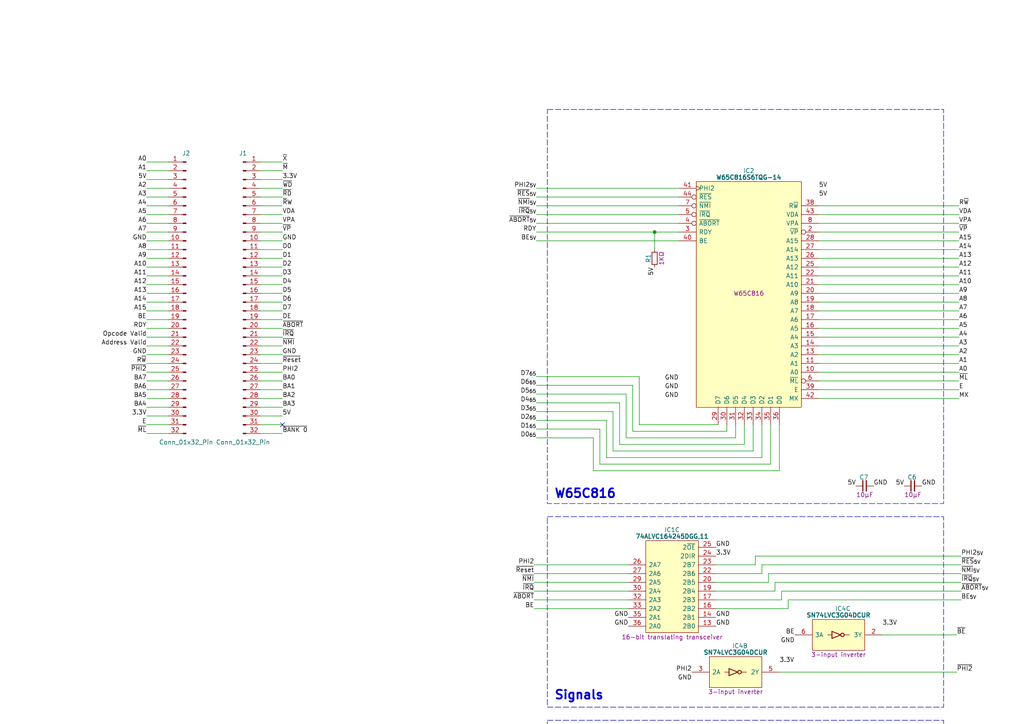
<source format=kicad_sch>
(kicad_sch (version 20230121) (generator eeschema)
  (paper "A4")
  (junction (at 189.865 67.31))
  (junction (at 510.54 142.24))
  (no_connect (at 510.54 45.085))
  (no_connect (at 383.54 120.015))
  (no_connect (at 346.075 172.085))
  (no_connect (at 346.075 161.925))
  (no_connect (at 381 41.91))
  (no_connect (at 383.54 122.555))
  (no_connect (at 81.915 123.19))
  (no_connect (at 510.54 42.545))
  (no_connect (at 510.54 47.625))
  (no_connect (at 419.735 117.475))
  (wire (pts (xy 307.975 248.92) (xy 349.25 248.92)))
  (wire (pts (xy 75.565 46.99) (xy 81.915 46.99)))
  (wire (pts (xy 278.13 80.01) (xy 237.49 80.01)))
  (wire (pts (xy 517.525 66.04) (xy 517.525 62.865)))
  (wire (pts (xy 344.17 48.26) (xy 355.6 48.26)))
  (wire (pts (xy 48.895 52.07) (xy 42.545 52.07)))
  (wire (pts (xy 511.81 55.245) (xy 530.86 55.245)))
  (wire (pts (xy 172.085 136.525) (xy 172.085 127)))
  (wire (pts (xy 48.895 62.23) (xy 42.545 62.23)))
  (wire (pts (xy 429.895 122.555) (xy 419.735 122.555)))
  (wire (pts (xy 349.25 106.68) (xy 349.25 109.855)))
  (wire (pts (xy 181.61 127) (xy 181.61 114.3)))
  (wire (pts (xy 277.495 184.15) (xy 255.905 184.15)))
  (wire (pts (xy 175.895 132.715) (xy 175.895 121.92)))
  (wire (pts (xy 459.74 58.42) (xy 511.81 58.42)))
  (wire (pts (xy 179.705 116.84) (xy 179.705 128.905)))
  (wire (pts (xy 459.74 60.96) (xy 513.715 60.96)))
  (wire (pts (xy 278.13 102.87) (xy 237.49 102.87)))
  (wire (pts (xy 48.895 57.15) (xy 42.545 57.15)))
  (wire (pts (xy 185.42 123.19) (xy 185.42 109.22)))
  (wire (pts (xy 75.565 125.73) (xy 81.915 125.73)))
  (wire (pts (xy 307.34 106.68) (xy 349.25 106.68)))
  (wire (pts (xy 48.895 105.41) (xy 42.545 105.41)))
  (wire (pts (xy 582.295 57.785) (xy 556.26 57.785)))
  (wire (pts (xy 48.895 54.61) (xy 42.545 54.61)))
  (wire (pts (xy 48.895 123.19) (xy 42.545 123.19)))
  (wire (pts (xy 48.895 59.69) (xy 42.545 59.69)))
  (wire (pts (xy 75.565 100.33) (xy 81.915 100.33)))
  (wire (pts (xy 307.975 246.38) (xy 349.25 246.38)))
  (wire (pts (xy 582.295 65.405) (xy 556.26 65.405)))
  (wire (pts (xy 155.575 54.61) (xy 196.85 54.61)))
  (wire (pts (xy 75.565 67.31) (xy 81.915 67.31)))
  (wire (pts (xy 459.74 63.5) (xy 515.62 63.5)))
  (wire (pts (xy 48.895 100.33) (xy 42.545 100.33)))
  (wire (pts (xy 75.565 113.03) (xy 81.915 113.03)))
  (wire (pts (xy 459.74 68.58) (xy 519.43 68.58)))
  (wire (pts (xy 278.765 166.37) (xy 222.885 166.37)))
  (wire (pts (xy 429.895 164.465) (xy 346.075 164.465)))
  (wire (pts (xy 278.13 64.77) (xy 237.49 64.77)))
  (wire (pts (xy 510.54 142.24) (xy 530.86 142.24)))
  (wire (pts (xy 155.575 69.85) (xy 196.85 69.85)))
  (wire (pts (xy 173.99 124.46) (xy 173.99 134.62)))
  (wire (pts (xy 222.885 168.91) (xy 207.645 168.91)))
  (wire (pts (xy 459.74 76.2) (xy 525.145 76.2)))
  (wire (pts (xy 278.13 92.71) (xy 237.49 92.71)))
  (wire (pts (xy 582.295 144.78) (xy 556.26 144.78)))
  (wire (pts (xy 278.13 69.85) (xy 237.49 69.85)))
  (wire (pts (xy 48.895 95.25) (xy 42.545 95.25)))
  (wire (pts (xy 154.94 163.83) (xy 182.245 163.83)))
  (wire (pts (xy 48.895 110.49) (xy 42.545 110.49)))
  (wire (pts (xy 75.565 92.71) (xy 81.915 92.71)))
  (wire (pts (xy 278.13 100.33) (xy 237.49 100.33)))
  (wire (pts (xy 278.13 105.41) (xy 237.49 105.41)))
  (wire (pts (xy 154.94 176.53) (xy 182.245 176.53)))
  (wire (pts (xy 48.895 102.87) (xy 42.545 102.87)))
  (wire (pts (xy 307.34 161.925) (xy 320.675 161.925)))
  (wire (pts (xy 222.885 166.37) (xy 222.885 168.91)))
  (wire (pts (xy 582.295 147.32) (xy 556.26 147.32)))
  (wire (pts (xy 48.895 46.99) (xy 42.545 46.99)))
  (wire (pts (xy 75.565 90.17) (xy 81.915 90.17)))
  (wire (pts (xy 48.895 90.17) (xy 42.545 90.17)))
  (wire (pts (xy 387.35 227.965) (xy 379.095 227.965)))
  (wire (pts (xy 224.79 171.45) (xy 207.645 171.45)))
  (wire (pts (xy 189.865 67.31) (xy 196.85 67.31)))
  (wire (pts (xy 278.13 115.57) (xy 237.49 115.57)))
  (wire (pts (xy 459.74 73.66) (xy 523.24 73.66)))
  (wire (pts (xy 523.24 73.66) (xy 523.24 70.485)))
  (wire (pts (xy 218.44 130.81) (xy 177.8 130.81)))
  (wire (pts (xy 307.34 216.535) (xy 348.615 216.535)))
  (wire (pts (xy 48.895 92.71) (xy 42.545 92.71)))
  (wire (pts (xy 429.895 112.395) (xy 419.735 112.395)))
  (wire (pts (xy 189.865 72.39) (xy 189.865 67.31)))
  (wire (pts (xy 210.82 125.095) (xy 183.515 125.095)))
  (wire (pts (xy 278.13 62.23) (xy 237.49 62.23)))
  (wire (pts (xy 48.895 49.53) (xy 42.545 49.53)))
  (wire (pts (xy 155.575 62.23) (xy 196.85 62.23)))
  (wire (pts (xy 307.34 100.965) (xy 357.505 100.965)))
  (wire (pts (xy 210.82 123.19) (xy 210.82 125.095)))
  (wire (pts (xy 525.145 76.2) (xy 525.145 73.025)))
  (wire (pts (xy 509.905 52.705) (xy 530.86 52.705)))
  (wire (pts (xy 75.565 49.53) (xy 81.915 49.53)))
  (wire (pts (xy 154.94 171.45) (xy 182.245 171.45)))
  (wire (pts (xy 228.6 173.99) (xy 228.6 176.53)))
  (wire (pts (xy 523.24 70.485) (xy 530.86 70.485)))
  (wire (pts (xy 582.295 62.865) (xy 556.26 62.865)))
  (wire (pts (xy 307.34 72.39) (xy 339.09 72.39)))
  (wire (pts (xy 75.565 85.09) (xy 81.915 85.09)))
  (wire (pts (xy 278.13 59.69) (xy 237.49 59.69)))
  (wire (pts (xy 278.13 77.47) (xy 237.49 77.47)))
  (wire (pts (xy 429.895 66.04) (xy 364.49 66.04)))
  (wire (pts (xy 346.075 117.475) (xy 358.14 117.475)))
  (wire (pts (xy 278.13 107.95) (xy 237.49 107.95)))
  (wire (pts (xy 307.34 221.615) (xy 348.615 221.615)))
  (wire (pts (xy 510.54 154.94) (xy 510.54 142.24)))
  (wire (pts (xy 75.565 80.01) (xy 81.915 80.01)))
  (wire (pts (xy 48.895 85.09) (xy 42.545 85.09)))
  (wire (pts (xy 75.565 110.49) (xy 81.915 110.49)))
  (wire (pts (xy 517.525 62.865) (xy 530.86 62.865)))
  (wire (pts (xy 219.075 161.29) (xy 219.075 163.83)))
  (wire (pts (xy 377.825 225.425) (xy 387.35 225.425)))
  (wire (pts (xy 278.13 82.55) (xy 237.49 82.55)))
  (wire (pts (xy 348.615 129.54) (xy 348.615 120.015)))
  (wire (pts (xy 582.295 70.485) (xy 556.26 70.485)))
  (wire (pts (xy 278.13 113.03) (xy 237.49 113.03)))
  (wire (pts (xy 154.94 166.37) (xy 182.245 166.37)))
  (wire (pts (xy 75.565 95.25) (xy 81.915 95.25)))
  (wire (pts (xy 383.54 125.095) (xy 391.16 125.095)))
  (wire (pts (xy 75.565 107.95) (xy 81.915 107.95)))
  (wire (pts (xy 429.895 174.625) (xy 346.075 174.625)))
  (wire (pts (xy 75.565 97.79) (xy 81.915 97.79)))
  (wire (pts (xy 48.895 67.31) (xy 42.545 67.31)))
  (wire (pts (xy 48.895 82.55) (xy 42.545 82.55)))
  (wire (pts (xy 208.28 123.19) (xy 185.42 123.19)))
  (wire (pts (xy 459.74 119.38) (xy 485.14 119.38)))
  (wire (pts (xy 48.895 72.39) (xy 42.545 72.39)))
  (wire (pts (xy 48.895 125.73) (xy 42.545 125.73)))
  (wire (pts (xy 226.06 136.525) (xy 172.085 136.525)))
  (wire (pts (xy 155.575 67.31) (xy 189.865 67.31)))
  (wire (pts (xy 459.74 40.005) (xy 485.14 40.005)))
  (wire (pts (xy 459.74 99.06) (xy 485.14 99.06)))
  (wire (pts (xy 75.565 57.15) (xy 81.915 57.15)))
  (wire (pts (xy 48.895 69.85) (xy 42.545 69.85)))
  (wire (pts (xy 48.895 77.47) (xy 42.545 77.47)))
  (wire (pts (xy 307.34 234.315) (xy 320.675 234.315)))
  (wire (pts (xy 155.575 64.77) (xy 196.85 64.77)))
  (wire (pts (xy 278.13 97.79) (xy 237.49 97.79)))
  (wire (pts (xy 48.895 113.03) (xy 42.545 113.03)))
  (wire (pts (xy 307.34 45.72) (xy 318.77 45.72)))
  (wire (pts (xy 381 230.505) (xy 381 248.92)))
  (wire (pts (xy 459.74 42.545) (xy 485.14 42.545)))
  (wire (pts (xy 582.295 160.02) (xy 556.26 160.02)))
  (wire (pts (xy 521.335 71.12) (xy 521.335 67.945)))
  (wire (pts (xy 75.565 123.19) (xy 81.915 123.19)))
  (wire (pts (xy 307.34 219.075) (xy 348.615 219.075)))
  (wire (pts (xy 278.13 90.17) (xy 237.49 90.17)))
  (wire (pts (xy 154.94 168.91) (xy 182.245 168.91)))
  (wire (pts (xy 278.13 110.49) (xy 237.49 110.49)))
  (wire (pts (xy 582.295 60.325) (xy 556.26 60.325)))
  (wire (pts (xy 509.905 55.88) (xy 509.905 52.705)))
  (wire (pts (xy 459.74 114.3) (xy 485.14 114.3)))
  (wire (pts (xy 177.8 130.81) (xy 177.8 119.38)))
  (wire (pts (xy 348.615 120.015) (xy 358.14 120.015)))
  (wire (pts (xy 278.13 95.25) (xy 237.49 95.25)))
  (wire (pts (xy 459.74 104.14) (xy 485.14 104.14)))
  (wire (pts (xy 173.99 134.62) (xy 223.52 134.62)))
  (wire (pts (xy 307.34 129.54) (xy 348.615 129.54)))
  (wire (pts (xy 48.895 87.63) (xy 42.545 87.63)))
  (wire (pts (xy 155.575 59.69) (xy 196.85 59.69)))
  (wire (pts (xy 582.295 165.1) (xy 556.26 165.1)))
  (wire (pts (xy 459.74 55.88) (xy 509.905 55.88)))
  (wire (pts (xy 213.36 123.19) (xy 213.36 127)))
  (wire (pts (xy 521.335 67.945) (xy 530.86 67.945)))
  (wire (pts (xy 75.565 54.61) (xy 81.915 54.61)))
  (wire (pts (xy 519.43 65.405) (xy 530.86 65.405)))
  (wire (pts (xy 379.095 234.315) (xy 346.075 234.315)))
  (wire (pts (xy 459.74 45.085) (xy 485.14 45.085)))
  (wire (pts (xy 389.89 112.395) (xy 389.89 100.965)))
  (wire (pts (xy 75.565 72.39) (xy 81.915 72.39)))
  (wire (pts (xy 459.74 101.6) (xy 485.14 101.6)))
  (wire (pts (xy 515.62 60.325) (xy 530.86 60.325)))
  (wire (pts (xy 220.98 132.715) (xy 175.895 132.715)))
  (wire (pts (xy 75.565 52.07) (xy 81.915 52.07)))
  (wire (pts (xy 379.095 227.965) (xy 379.095 234.315)))
  (wire (pts (xy 75.565 62.23) (xy 81.915 62.23)))
  (wire (pts (xy 218.44 123.19) (xy 218.44 130.81)))
  (wire (pts (xy 394.335 112.395) (xy 389.89 112.395)))
  (wire (pts (xy 307.34 231.775) (xy 320.675 231.775)))
  (wire (pts (xy 75.565 64.77) (xy 81.915 64.77)))
  (wire (pts (xy 75.565 105.41) (xy 81.915 105.41)))
  (wire (pts (xy 75.565 102.87) (xy 81.915 102.87)))
  (wire (pts (xy 48.895 74.93) (xy 42.545 74.93)))
  (wire (pts (xy 155.575 109.22) (xy 185.42 109.22)))
  (wire (pts (xy 429.895 227.965) (xy 412.75 227.965)))
  (wire (pts (xy 48.895 120.65) (xy 42.545 120.65)))
  (wire (pts (xy 429.895 46.99) (xy 419.735 46.99)))
  (wire (pts (xy 177.8 119.38) (xy 155.575 119.38)))
  (wire (pts (xy 48.895 115.57) (xy 42.545 115.57)))
  (wire (pts (xy 219.075 163.83) (xy 207.645 163.83)))
  (wire (pts (xy 459.74 116.84) (xy 485.14 116.84)))
  (wire (pts (xy 383.54 127.635) (xy 394.335 127.635)))
  (wire (pts (xy 307.34 169.545) (xy 320.675 169.545)))
  (wire (pts (xy 220.98 163.83) (xy 220.98 166.37)))
  (wire (pts (xy 278.765 163.83) (xy 220.98 163.83)))
  (wire (pts (xy 48.895 118.11) (xy 42.545 118.11)))
  (wire (pts (xy 307.34 159.385) (xy 320.675 159.385)))
  (wire (pts (xy 220.98 123.19) (xy 220.98 132.715)))
  (wire (pts (xy 349.25 109.855) (xy 394.335 109.855)))
  (wire (pts (xy 582.295 157.48) (xy 556.26 157.48)))
  (wire (pts (xy 374.015 219.075) (xy 377.825 219.075)))
  (wire (pts (xy 278.13 72.39) (xy 237.49 72.39)))
  (wire (pts (xy 48.895 64.77) (xy 42.545 64.77)))
  (wire (pts (xy 48.895 97.79) (xy 42.545 97.79)))
  (wire (pts (xy 226.695 173.99) (xy 207.645 173.99)))
  (wire (pts (xy 278.13 74.93) (xy 237.49 74.93)))
  (wire (pts (xy 278.13 85.09) (xy 237.49 85.09)))
  (wire (pts (xy 307.975 251.46) (xy 349.25 251.46)))
  (wire (pts (xy 513.715 57.785) (xy 530.86 57.785)))
  (wire (pts (xy 48.895 107.95) (xy 42.545 107.95)))
  (wire (pts (xy 459.74 111.76) (xy 485.14 111.76)))
  (wire (pts (xy 459.74 71.12) (xy 521.335 71.12)))
  (wire (pts (xy 515.62 63.5) (xy 515.62 60.325)))
  (wire (pts (xy 381 248.92) (xy 374.65 248.92)))
  (wire (pts (xy 459.74 109.22) (xy 485.14 109.22)))
  (wire (pts (xy 582.295 55.245) (xy 556.26 55.245)))
  (wire (pts (xy 525.145 73.025) (xy 530.86 73.025)))
  (wire (pts (xy 213.36 127) (xy 181.61 127)))
  (wire (pts (xy 223.52 134.62) (xy 223.52 123.19)))
  (wire (pts (xy 183.515 111.76) (xy 155.575 111.76)))
  (wire (pts (xy 215.9 128.905) (xy 215.9 123.19)))
  (wire (pts (xy 307.34 48.26) (xy 318.77 48.26)))
  (wire (pts (xy 307.34 164.465) (xy 320.675 164.465)))
  (wire (pts (xy 582.295 162.56) (xy 556.26 162.56)))
  (wire (pts (xy 155.575 116.84) (xy 179.705 116.84)))
  (wire (pts (xy 75.565 120.65) (xy 81.915 120.65)))
  (wire (pts (xy 429.895 127.635) (xy 419.735 127.635)))
  (wire (pts (xy 519.43 68.58) (xy 519.43 65.405)))
  (wire (pts (xy 220.98 166.37) (xy 207.645 166.37)))
  (wire (pts (xy 307.34 116.205) (xy 320.675 116.205)))
  (wire (pts (xy 154.94 173.99) (xy 182.245 173.99)))
  (wire (pts (xy 278.765 173.99) (xy 228.6 173.99)))
  (wire (pts (xy 155.575 57.15) (xy 196.85 57.15)))
  (wire (pts (xy 459.74 106.68) (xy 485.14 106.68)))
  (wire (pts (xy 226.06 123.19) (xy 226.06 136.525)))
  (wire (pts (xy 513.715 60.96) (xy 513.715 57.785)))
  (wire (pts (xy 381 230.505) (xy 387.35 230.505)))
  (wire (pts (xy 278.13 67.31) (xy 237.49 67.31)))
  (wire (pts (xy 582.295 149.86) (xy 556.26 149.86)))
  (wire (pts (xy 307.34 118.745) (xy 320.675 118.745)))
  (wire (pts (xy 75.565 59.69) (xy 81.915 59.69)))
  (wire (pts (xy 277.495 194.945) (xy 226.06 194.945)))
  (wire (pts (xy 391.16 125.095) (xy 391.16 122.555)))
  (wire (pts (xy 391.16 122.555) (xy 394.335 122.555)))
  (wire (pts (xy 172.085 127) (xy 155.575 127)))
  (wire (pts (xy 278.765 171.45) (xy 226.695 171.45)))
  (wire (pts (xy 75.565 82.55) (xy 81.915 82.55)))
  (wire (pts (xy 175.895 121.92) (xy 155.575 121.92)))
  (wire (pts (xy 75.565 74.93) (xy 81.915 74.93)))
  (wire (pts (xy 582.295 152.4) (xy 556.26 152.4)))
  (wire (pts (xy 530.86 154.94) (xy 510.54 154.94)))
  (wire (pts (xy 278.765 168.91) (xy 224.79 168.91)))
  (wire (pts (xy 459.74 121.92) (xy 485.14 121.92)))
  (wire (pts (xy 278.13 87.63) (xy 237.49 87.63)))
  (wire (pts (xy 582.295 73.025) (xy 556.26 73.025)))
  (wire (pts (xy 179.705 128.905) (xy 215.9 128.905)))
  (wire (pts (xy 75.565 118.11) (xy 81.915 118.11)))
  (wire (pts (xy 75.565 77.47) (xy 81.915 77.47)))
  (wire (pts (xy 459.74 66.04) (xy 517.525 66.04)))
  (wire (pts (xy 228.6 176.53) (xy 207.645 176.53)))
  (wire (pts (xy 75.565 115.57) (xy 81.915 115.57)))
  (wire (pts (xy 155.575 124.46) (xy 173.99 124.46)))
  (wire (pts (xy 511.81 58.42) (xy 511.81 55.245)))
  (wire (pts (xy 278.765 161.29) (xy 219.075 161.29)))
  (wire (pts (xy 183.515 125.095) (xy 183.515 111.76)))
  (wire (pts (xy 510.54 50.165) (xy 530.86 50.165)))
  (wire (pts (xy 181.61 114.3) (xy 155.575 114.3)))
  (wire (pts (xy 226.695 171.45) (xy 226.695 173.99)))
  (wire (pts (xy 582.295 67.945) (xy 556.26 67.945)))
  (wire (pts (xy 389.89 100.965) (xy 382.905 100.965)))
  (wire (pts (xy 75.565 87.63) (xy 81.915 87.63)))
  (wire (pts (xy 377.825 219.075) (xy 377.825 225.425)))
  (wire (pts (xy 307.34 69.85) (xy 339.09 69.85)))
  (wire (pts (xy 224.79 168.91) (xy 224.79 171.45)))
  (wire (pts (xy 48.895 80.01) (xy 42.545 80.01)))
  (wire (pts (xy 75.565 69.85) (xy 81.915 69.85)))
  (rectangle (start 463.55 90.805) (end 578.485 205.105) (stroke (width 0) (type dash)))
  (rectangle (start 311.15 31.75) (end 426.085 86.995) (stroke (width 0) (type dash)))
  (rectangle (start 158.75 31.75) (end 273.685 146.05) (stroke (width 0) (type dash)))
  (rectangle (start 158.75 208.915) (end 273.685 264.16) (stroke (width 0) (type dash)))
  (rectangle (start 158.75 149.86) (end 273.685 205.105) (stroke (width 0) (type dash)))
  (rectangle (start 311.15 208.915) (end 426.085 264.16) (stroke (width 0) (type dash)))
  (rectangle (start 311.15 90.805) (end 426.085 146.05) (stroke (width 0) (type dash)))
  (rectangle (start 311.15 149.86) (end 426.085 205.105) (stroke (width 0) (type dash)))
  (rectangle (start 463.55 31.75) (end 578.485 86.995) (stroke (width 0) (type dash)))
  (text "Signals" (at 160.655 203.2 0) (effects (font (size 2.54 2.54) (thickness 0.508) bold) (justify left bottom)))
  (text "W65C816" (at 160.655 144.78 0) (effects (font (size 2.54 2.54) (thickness 0.508) bold) (justify left bottom)))
  (text "M and X capture" (at 312.42 203.2 0) (effects (font (size 2.54 2.54) (thickness 0.508) bold) (justify left bottom)))
  (text "Bank Zero detect" (at 312.42 262.255 0) (effects (font (size 2.54 2.54) (thickness 0.508) bold) (justify left bottom)))
  (text "Read and Write" (at 312.42 144.145 0) (effects (font (size 2.54 2.54) (thickness 0.508) bold) (justify left bottom)))
  (text "Address Type" (at 313.69 84.455 0) (effects (font (size 2.54 2.54) (thickness 0.508) bold) (justify left bottom)))
  (text "Bank Capture" (at 465.455 202.565 0) (effects (font (size 2.54 2.54) (thickness 0.508) bold) (justify left bottom)))
  (text "Power" (at 161.29 260.985 0) (effects (font (size 2.54 2.54) (thickness 0.508) bold) (justify left bottom)))
  (text "Data" (at 464.82 85.09 0) (effects (font (size 2.54 2.54) (thickness 0.508) bold) (justify left bottom)))
  (label "GND" (at 420.37 259.08 0))
  (label "3.3V" (at 383.54 81.915 180))
  (label "3.3V" (at 230.505 224.155 0))
  (label "3.3V" (at 510.54 40.005 0))
  (label "R~{W}" (at 42.545 105.41 180))
  (label "D4_{VHC}" (at 510.54 111.76 0))
  (label "BE" (at 154.94 176.53 180))
  (label "5V" (at 248.285 140.97 180))
  (label "BA1" (at 81.915 113.03 0))
  (label "PHI2" (at 200.66 194.945 180))
  (label "GND" (at 230.505 241.935 0))
  (label "A10" (at 278.13 82.55 0))
  (label "A13" (at 278.13 74.93 0))
  (label "~{RES}_{5V}" (at 278.765 163.83 0))
  (label "GND" (at 485.14 124.46 180))
  (label "GND" (at 355.6 50.8 180))
  (label "A0_{CHANGE}" (at 339.09 64.77 180))
  (label "3.3V" (at 367.03 81.915 180))
  (label "GND" (at 394.335 50.8 180))
  (label "D7_{65}" (at 155.575 109.22 180))
  (label "5V" (at 346.075 231.775 0))
  (label "~{PHI2}" (at 307.34 169.545 180))
  (label "GND" (at 349.25 254 180))
  (label "BE" (at 459.74 45.085 180))
  (label "D7_{65}" (at 459.74 104.14 180))
  (label "3.3V" (at 419.735 44.45 0))
  (label "GND" (at 357.505 103.505 180))
  (label "D3_{VHC}" (at 532.765 107.95 180))
  (label "5V" (at 556.26 142.24 0))
  (label "GND" (at 249.555 258.445 0))
  (label "A4" (at 278.13 97.79 0))
  (label "A6" (at 278.13 92.71 0))
  (label "A2" (at 278.13 102.87 0))
  (label "BA6" (at 553.085 123.825 0))
  (label "GND" (at 253.365 140.97 0))
  (label "3.3V" (at 260.35 258.445 180))
  (label "5V" (at 237.49 54.61 0))
  (label "D0_{65}" (at 459.74 121.92 180))
  (label "GND" (at 205.105 239.395 180))
  (label "VDA" (at 307.34 69.85 180))
  (label "~{Reset}" (at 320.675 172.085 180))
  (label "~{WD}" (at 429.895 122.555 0))
  (label "~{BE}" (at 394.335 125.095 180))
  (label "VPA·VDA" (at 339.09 67.31 180))
  (label "D6_{65}" (at 155.575 111.76 180))
  (label "3.3V" (at 398.78 81.915 180))
  (label "GND" (at 265.43 258.445 0))
  (label "D1_{65}" (at 155.575 124.46 180))
  (label "VPA" (at 278.13 64.77 0))
  (label "VDA" (at 307.34 116.205 180))
  (label "A14" (at 42.545 87.63 180))
  (label "PHI2_{5V}" (at 307.34 159.385 180))
  (label "R~{W}" (at 358.14 122.555 180))
  (label "R~{W}" (at 307.34 100.965 180))
  (label "BA3" (at 582.295 165.1 0))
  (label "GND" (at 42.545 69.85 180))
  (label "BA5" (at 307.34 221.615 180))
  (label "D3" (at 81.915 80.01 0))
  (label "D3_{65}" (at 459.74 68.58 180))
  (label "GND" (at 389.255 140.97 0))
  (label "GND" (at 207.645 181.61 0))
  (label "BA2" (at 307.975 246.38 180))
  (label "GND" (at 205.105 244.475 180))
  (label "VPA" (at 394.335 48.26 180))
  (label "5V" (at 412.75 225.425 0))
  (label "3.3V" (at 414.02 81.915 180))
  (label "5V" (at 205.105 224.155 180))
  (label "D2_{65}" (at 459.74 116.84 180))
  (label "BA5+BA6+BA7" (at 374.015 219.075 0))
  (label "A14" (at 278.13 72.39 0))
  (label "GND" (at 393.7 259.08 0))
  (label "D5_{VHC}" (at 532.765 121.285 180))
  (label "5V" (at 189.865 77.47 270))
  (label "GND" (at 267.335 140.97 0))
  (label "BE_{5V}" (at 278.765 173.99 0))
  (label "A2" (at 42.545 54.61 180))
  (label "D2" (at 582.295 67.945 0))
  (label "A15" (at 278.13 69.85 0))
  (label "~{RD}_{PART}" (at 383.54 127.635 0))
  (label "MX" (at 307.34 164.465 180))
  (label "BA7" (at 582.295 144.78 0))
  (label "~{BE}" (at 459.74 99.06 180))
  (label "3.3V" (at 419.735 109.855 0))
  (label "3.3V" (at 383.54 117.475 0))
  (label "5V" (at 244.475 258.445 180))
  (label "GND" (at 42.545 102.87 180))
  (label "D6_{65}" (at 459.74 60.96 180))
  (label "VPA" (at 307.34 118.745 180))
  (label "~{VPA+VDA}" (at 346.075 117.475 0))
  (label "BA1" (at 307.975 248.92 180))
  (label "D0" (at 81.915 72.39 0))
  (label "~{RES}_{5V}" (at 155.575 57.15 180))
  (label "D4_{VHC}" (at 532.765 118.745 180))
  (label "A11" (at 278.13 80.01 0))
  (label "RDY" (at 42.545 95.25 180))
  (label "BA0" (at 582.295 157.48 0))
  (label "BA6" (at 307.34 219.075 180))
  (label "5V" (at 81.915 120.65 0))
  (label "~{NMI}_{5V}" (at 155.575 59.69 180))
  (label "BA3" (at 553.085 107.95 0))
  (label "GND" (at 81.915 69.85 0))
  (label "GND" (at 230.505 247.015 0))
  (label "A8" (at 278.13 87.63 0))
  (label "5V" (at 346.075 114.935 0))
  (label "BA2" (at 81.915 115.57 0))
  (label "~{BE}" (at 394.335 114.935 180))
  (label "~{BANK 0}" (at 81.915 125.73 0))
  (label "3.3V" (at 399.415 140.97 180))
  (label "BA4" (at 42.545 118.11 180))
  (label "~{ABORT}_{5V}" (at 155.575 64.77 180))
  (label "D5" (at 582.295 60.325 0))
  (label "D5_{65}" (at 530.86 149.86 180))
  (label "~{RD}" (at 81.915 57.15 0))
  (label "GND" (at 407.035 259.08 0))
  (label "VDA" (at 81.915 62.23 0))
  (label "~{IRQ}_{5V}" (at 278.765 168.91 0))
  (label "3.3V" (at 370.205 140.97 180))
  (label "~{Reset}" (at 154.94 166.37 180))
  (label "D3" (at 582.295 65.405 0))
  (label "D0_{65}" (at 155.575 127 180))
  (label "5V" (at 374.015 216.535 0))
  (label "BE" (at 230.505 184.15 180))
  (label "D7_{65}" (at 530.86 144.78 180))
  (label "GND" (at 230.505 244.475 0))
  (label "~{PHI2}" (at 42.545 107.95 180))
  (label "GND" (at 404.495 140.97 0))
  (label "~{BANK 0}" (at 429.895 227.965 0))
  (label "Opcode Valid" (at 42.545 97.79 180))
  (label "PHI2_{5V}" (at 307.34 129.54 180))
  (label "D4_{65}" (at 530.86 152.4 180))
  (label "3.3V" (at 226.06 192.405 0))
  (label "D7" (at 81.915 90.17 0))
  (label "A0" (at 307.34 48.26 180))
  (label "A11" (at 42.545 80.01 180))
  (label "BA5" (at 582.295 149.86 0))
  (label "5V" (at 374.65 246.38 0))
  (label "~{ABORT}" (at 81.915 95.25 0))
  (label "~{R}W" (at 81.915 59.69 0))
  (label "D2_{65}" (at 155.575 121.92 180))
  (label "D3_{65}" (at 530.86 165.1 180))
  (label "3.3V" (at 510.54 139.7 0))
  (label "DE" (at 459.74 42.545 180))
  (label "GND" (at 339.09 74.93 180))
  (label "BA7" (at 42.545 110.49 180))
  (label "GND" (at 485.14 146.05 180))
  (label "D6" (at 582.295 57.785 0))
  (label "A12" (at 42.545 82.55 180))
  (label "~{X}" (at 429.895 164.465 0))
  (label "~{NMI}" (at 81.915 100.33 0))
  (label "GND" (at 375.285 140.97 0))
  (label "~{WD}_{PART}" (at 383.54 125.095 0))
  (label "BA2" (at 553.085 105.41 0))
  (label "3.3V" (at 364.49 63.5 0))
  (label "~{Reset}" (at 81.915 105.41 0))
  (label "~{NMI}_{5V}" (at 278.765 166.37 0))
  (label "GND" (at 557.53 199.39 0))
  (label "~{RD}" (at 429.895 127.635 0))
  (label "A10" (at 42.545 77.47 180))
  (label "D6_{65}" (at 530.86 147.32 180))
  (label "5V" (at 384.175 140.97 180))
  (label "A7" (at 278.13 90.17 0))
  (label "~{NMI}" (at 154.94 168.91 180))
  (label "FET ~{OE}" (at 510.54 142.24 0))
  (label "3.3V" (at 207.645 161.29 0))
  (label "~{PHI2}" (at 459.74 40.005 180))
  (label "BA5" (at 42.545 115.57 180))
  (label "D5_{VHC}" (at 510.54 109.22 0))
  (label "GND" (at 530.86 167.64 180))
  (label "BA6" (at 582.295 147.32 0))
  (label "D4_{65}" (at 459.74 111.76 180))
  (label "Address Valid" (at 429.895 46.99 0))
  (label "D5_{65}" (at 459.74 63.5 180))
  (label "5V" (at 415.29 259.08 180))
  (label "GND" (at 403.86 81.915 0))
  (label "D5_{65}" (at 155.575 114.3 180))
  (label "A5" (at 278.13 95.25 0))
  (label "PHI2" (at 81.915 107.95 0))
  (label "A1" (at 278.13 105.41 0))
  (label "E" (at 278.13 113.03 0))
  (label "D4_{65}" (at 155.575 116.84 180))
  (label "A3" (at 278.13 100.33 0))
  (label "BA3" (at 81.915 118.11 0))
  (label "GND" (at 320.675 239.395 180))
  (label "BE" (at 42.545 92.71 180))
  (label "GND" (at 394.335 117.475 180))
  (label "PHI2_{5V}" (at 278.765 161.29 0))
  (label "D4" (at 582.295 62.865 0))
  (label "A15" (at 42.545 90.17 180))
  (label "~{PHI2}" (at 459.74 101.6 180))
  (label "D2_{65}" (at 530.86 162.56 180))
  (label "3.3V" (at 414.655 140.97 180))
  (label "PHI2_{5V}" (at 155.575 54.61 180))
  (label "BA5" (at 553.085 121.285 0))
  (label "GND" (at 318.77 50.8 180))
  (label "~{IRQ}_{5V}" (at 155.575 62.23 180))
  (label "D1_{VHC}" (at 510.54 119.38 0))
  (label "GND" (at 182.245 179.07 180))
  (label "BA7" (at 553.085 126.365 0))
  (label "~{Reset}" (at 307.34 161.925 180))
  (label "GND" (at 320.675 179.705 180))
  (label "GND" (at 196.85 113.03 180))
  (label "D6_{VHC}" (at 532.765 123.825 180))
  (label "BA6" (at 42.545 113.03 180))
  (label "5V" (at 42.545 52.07 180))
  (label "D2_{VHC}" (at 510.54 116.84 0))
  (label "GND" (at 205.105 247.015 180))
  (label "~{ABORT}_{5V}" (at 278.765 171.45 0))
  (label "~{BE}" (at 277.495 184.15 0))
  (label "D1" (at 582.295 70.485 0))
  (label "GND" (at 196.85 110.49 180))
  (label "A0_{CHANGE}" (at 381 46.99 0))
  (label "~{PHI2}" (at 307.34 45.72 180))
  (label "BA4" (at 582.295 152.4 0))
  (label "~{VP}" (at 278.13 67.31 0))
  (label "5V" (at 401.955 259.08 180))
  (label "RDY" (at 155.575 67.31 180))
  (label "GND" (at 419.735 140.97 0))
  (label "D6_{VHC}" (at 510.54 106.68 0))
  (label "~{M}" (at 81.915 49.53 0))
  (label "D1_{65}" (at 530.86 160.02 180))
  (label "~{M}" (at 429.895 174.625 0))
  (label "BA3" (at 307.34 234.315 180))
  (label "~{IRQ}" (at 154.94 171.45 180))
  (label "BA3+BA4" (at 346.075 234.315 0))
  (label "A9" (at 42.545 74.93 180))
  (label "D0_{65}" (at 459.74 76.2 180))
  (label "BA1" (at 582.295 160.02 0))
  (label "D5" (at 81.915 85.09 0))
  (label "3.3V" (at 42.545 120.65 180))
  (label "A3" (at 42.545 57.15 180))
  (label "D3_{65}" (at 459.74 114.3 180))
  (label "GND" (at 196.85 115.57 180))
  (label "GND" (at 419.735 200.025 0))
  (label "BA7" (at 307.34 216.535 180))
  (label "R~{W}" (at 278.13 59.69 0))
  (label "D7_{VHC}" (at 532.765 126.365 180))
  (label "3.3V" (at 381 39.37 0))
  (label "PHI2" (at 154.94 163.83 180))
  (label "~{VP}" (at 81.915 67.31 0))
  (label "GND" (at 207.645 158.75 0))
  (label "BA0" (at 553.085 100.33 0))
  (label "D4" (at 81.915 82.55 0))
  (label "BA1" (at 553.085 102.87 0))
  (label "RW_{PART}" (at 382.905 100.965 0))
  (label "D7_{VHC}" (at 510.54 104.14 0))
  (label "A6" (at 42.545 64.77 180))
  (label "VDA" (at 394.335 45.72 180))
  (label "5V" (at 552.45 199.39 180))
  (label "~{ABORT}" (at 154.94 173.99 180))
  (label "D5_{65}" (at 459.74 109.22 180))
  (label "A0" (at 42.545 46.99 180))
  (label "GND" (at 205.105 241.935 180))
  (label "D0_{VHC}" (at 510.54 121.92 0))
  (label "BE_{5V}" (at 155.575 69.85 180))
  (label "GND" (at 182.245 181.61 180))
  (label "GND" (at 419.1 81.915 0))
  (label "D1_{65}" (at 459.74 73.66 180))
  (label "3.3V" (at 320.675 177.165 180))
  (label "GND" (at 348.615 224.155 180))
  (label "Address Valid" (at 42.545 100.33 180))
  (label "BA2" (at 582.295 162.56 0))
  (label "GND" (at 388.62 81.915 0))
  (label "3.3V" (at 255.905 181.61 0))
  (label "MX" (at 278.13 115.57 0))
  (label "D4_{65}" (at 459.74 66.04 180))
  (label "D0" (at 582.295 73.025 0))
  (label "GND" (at 200.66 197.485 180))
  (label "BA4" (at 307.34 231.775 180))
  (label "5V" (at 375.285 259.08 180))
  (label "~{WD}" (at 81.915 54.61 0))
  (label "3.3V" (at 344.17 45.72 0))
  (label "D1_{VHC}" (at 532.765 102.87 180))
  (label "A13" (at 42.545 85.09 180))
  (label "BA0" (at 81.915 110.49 0))
  (label "5V" (at 510.54 99.06 0))
  (label "VDA" (at 278.13 62.23 0))
  (label "3.3V" (at 346.075 159.385 0))
  (label "D3_{65}" (at 155.575 119.38 180))
  (label "D7" (at 582.295 55.245 0))
  (label "GND" (at 570.865 199.39 0))
  (label "D6" (at 81.915 87.63 0))
  (label "GND" (at 372.11 81.915 0))
  (label "D2_{VHC}" (at 532.765 105.41 180))
  (label "5V" (at 237.49 57.15 0))
  (label "A12" (at 278.13 77.47 0))
  (label "5V" (at 388.62 259.08 180))
  (label "3.3V" (at 81.915 52.07 0))
  (label "A8" (at 42.545 72.39 180))
  (label "BA0+BA1+BA2" (at 374.65 248.92 0))
  (label "~{IRQ}" (at 81.915 97.79 0))
  (label "E" (at 42.545 123.19 180))
  (label "GND" (at 355.6 40.64 180))
  (label "GND" (at 358.14 127.635 180))
  (label "GND" (at 230.505 239.395 0))
  (label "~{ML}" (at 278.13 110.49 0))
  (label "GND" (at 320.675 121.285 180))
  (label "3.3V" (at 414.655 200.025 180))
  (label "A4" (at 42.545 59.69 180))
  (label "D2" (at 81.915 77.47 0))
  (label "GND" (at 380.365 259.08 0))
  (label "5V" (at 565.785 199.39 180))
  (label "VPA" (at 81.915 64.77 0))
  (label "GND" (at 207.645 179.07 0))
  (label "D1" (at 81.915 74.93 0))
  (label "Opcode Valid" (at 429.895 66.04 0))
  (label "D6_{65}" (at 459.74 106.68 180))
  (label "D1_{65}" (at 459.74 119.38 180))
  (label "GND" (at 394.335 130.175 180))
  (label "A9" (at 278.13 85.09 0))
  (label "3.3V" (at 230.505 226.695 0))
  (label "VPA·VDA" (at 364.49 71.12 0))
  (label "~{R}W" (at 429.895 112.395 0))
  (label "A1" (at 42.545 49.53 180))
  (label "A0" (at 278.13 107.95 0))
  (label "~{BE}" (at 394.335 120.015 180))
  (label "~{ML}" (at 42.545 125.73 180))
  (label "D7_{65}" (at 459.74 58.42 180))
  (label "GND" (at 355.6 43.18 180))
  (label "D0_{VHC}" (at 532.765 100.33 180))
  (label "VPA" (at 307.34 72.39 180))
  (label "~{X}" (at 81.915 46.99 0))
  (label "GND" (at 387.35 233.045 180))
  (label "GND" (at 230.505 186.69 180))
  (label "D2_{65}" (at 459.74 71.12 180))
  (label "BA4" (at 553.085 118.745 0))
  (label "3.3V" (at 382.905 98.425 0))
  (label "GND" (at 485.14 50.165 180))
  (label "~{BE}" (at 485.14 140.97 180))
  (label "5V" (at 262.255 140.97 180))
  (label "MX" (at 320.675 174.625 180))
  (label "A5" (at 42.545 62.23 180))
  (label "~{BE}" (at 307.34 106.68 180))
  (label "R~{W}" (at 459.74 55.88 180))
  (label "GND" (at 81.915 102.87 0))
  (label "DE" (at 81.915 92.71 0))
  (label "~{DE}" (at 510.54 50.165 0))
  (label "3.3V" (at 320.675 167.005 180))
  (label "BA0" (at 307.975 251.46 180))
  (label "A7" (at 42.545 67.31 180))
  (label "A0_{PREV}" (at 355.6 48.26 180))
  (label "A0" (at 355.6 45.72 180))
  (label "D0_{65}" (at 530.86 157.48 180))
  (label "GND" (at 320.675 236.855 180))
  (label "D3_{VHC}" (at 510.54 114.3 0))
  (label "5V" (at 205.105 226.695 180))
  (label "PHI2" (at 485.14 143.51 180))
  (label "~{PHI2}" (at 277.495 194.945 0))
  (symbol (lib_id "Bourns:CAY16-221J4LF") (at 532.765 100.33 0) (unit 1)
    (property "Reference" "RN2" (at 542.925 95.25 0))
    (property "Value" "CAY16-221J4LF" (at 542.925 97.155 0))
    (property "Footprint" "CAY1647R0F4LF" (effects hide))
    (property "Datasheet" "https://www.bourns.com/docs/Product-Datasheets/CATCAY.pdf" (effects hide))
    (property "Description" "220Ω 4-array resistor" (at 542.925 111.125 0))
    (property "Height" "0.6" (effects hide))
    (property "Manufacturer_Name" "Bourns" (effects hide))
    (property "Manufacturer_Part_Number" "CAY16-221J4LF" (effects hide))
    (property "Mouser Part Number" "652-CAY16-221J4LF" (effects hide))
    (property "Mouser Price/Stock" "https://www.mouser.co.uk/ProductDetail/Bourns/CAY16-221J4LF?qs=BKfsZh40Pd9sAo64tUrb9Q%3D%3D" (effects hide))
    (property "Arrow Part Number" "CAY16-221J4LF" (effects hide))
    (property "Arrow Price/Stock" "https://www.arrow.com/en/products/cay16-221j4lf/bourns?region=nac" (effects hide))
    (property "Silkscreen" "220Ω" (effects hide))
  )
  (symbol (lib_id "HCP65:C_0805") (at 248.285 140.97 0) (unit 1)
    (property "Reference" "C7" (at 250.571 138.43 0))
    (property "Value" "C_0805" (effects hide))
    (property "Footprint" "SamacSys_Parts:C_0805" (effects hide))
    (property "Description" "10μF" (at 250.825 143.51 0))
  )
  (symbol (lib_id "HCP65:R_0805") (at 189.865 72.39 90) (mirror x) (unit 1)
    (property "Reference" "R1" (at 188.087 74.93 0))
    (property "Value" "R_0805" (effects hide))
    (property "Footprint" "SamacSys_Parts:R_0805" (effects hide))
    (property "Description" "1KΩ" (at 191.897 74.93 0))
  )
  (symbol (lib_id "Nexperia:74LVC2G32DP,125_Multi") (at 485.14 140.97 0) (unit 2)
    (property "Reference" "IC15" (at 497.84 134.62 0))
    (property "Value" "74LVC2G32DP,125" (at 497.84 136.525 0) (effects (font bold)))
    (property "Footprint" "SOP65P400X110-8N" (effects hide))
    (property "Datasheet" "https://assets.nexperia.com/documents/data-sheet/74LVC2G32.pdf" (effects hide))
    (property "Description" "2-input OR gate" (at 497.84 149.225 0))
    (property "Height" "1.1" (effects hide))
    (property "Manufacturer_Name" "Nexperia" (effects hide))
    (property "Manufacturer_Part_Number" "74LVC2G32DP,125" (effects hide))
    (property "Mouser Part Number" "771-LVC2G32DP125" (effects hide))
    (property "Mouser Price/Stock" "https://www.mouser.co.uk/ProductDetail/Nexperia/74LVC2G32DP125?qs=me8TqzrmIYW%2FQ9dGbQTEYg%3D%3D" (effects hide))
    (property "Arrow Part Number" "74LVC2G32DP,125" (effects hide))
    (property "Arrow Price/Stock" "https://www.arrow.com/en/products/74lvc2g32dp125/nexperia?region=nac" (effects hide))
    (property "Silkscreen" "'2G32" (effects hide))
  )
  (symbol (lib_id "HCP65:C_0805") (at 398.78 81.915 0) (unit 1)
    (property "Reference" "C19" (at 401.066 79.375 0))
    (property "Value" "C_0805" (effects hide))
    (property "Footprint" "SamacSys_Parts:C_0805" (effects hide))
    (property "Description" "1μF" (at 401.32 84.455 0))
  )
  (symbol (lib_id "HCP65:C_0805") (at 367.03 81.915 0) (unit 1)
    (property "Reference" "C16" (at 369.316 79.375 0))
    (property "Value" "C_0805" (effects hide))
    (property "Footprint" "SamacSys_Parts:C_0805" (effects hide))
    (property "Description" "1μF" (at 369.57 84.455 0))
  )
  (symbol (lib_id "Connector:Conn_01x32_Pin") (at 53.975 85.09 0) (mirror y) (unit 1)
    (property "Reference" "J2" (at 53.975 44.45 0))
    (property "Value" "Conn_01x32_Pin" (at 53.975 128.27 0))
    (property "Footprint" "Connector_PinHeader_2.54mm:PinHeader_1x32_P2.54mm_Vertical" (effects hide))
  )
  (symbol (lib_id "Nexperia:74LVC74APW,118") (at 320.675 159.385 0) (unit 1)
    (property "Reference" "IC6" (at 332.74 154.305 0) (effects (justify left)))
    (property "Value" "74LVC74APW,118" (at 333.375 156.21 0) (effects (font bold)))
    (property "Footprint" "SOP65P640X110-14N" (effects hide))
    (property "Datasheet" "https://assets.nexperia.com/documents/data-sheet/74LVC74A.pdf" (effects hide))
    (property "Description" "D-type flip-flop" (at 333.375 182.88 0))
    (property "Height" "1.1" (effects hide))
    (property "Mouser Part Number" "771-74LVC74APW-T" (effects hide))
    (property "Mouser Price/Stock" "https://www.mouser.co.uk/ProductDetail/Nexperia/74LVC74APW118?qs=me8TqzrmIYVtXwVfet0lzw%3D%3D" (effects hide))
    (property "Manufacturer_Name" "Nexperia" (effects hide))
    (property "Manufacturer_Part_Number" "74LVC74APW,118" (effects hide))
    (property "Silkscreen" "74LVC74APW" (effects hide))
  )
  (symbol (lib_id "HCP65:C_0805") (at 375.285 259.08 0) (unit 1)
    (property "Reference" "C10" (at 377.571 256.54 0))
    (property "Value" "C_0805" (effects hide))
    (property "Footprint" "SamacSys_Parts:C_0805" (effects hide))
    (property "Description" "1μF" (at 377.825 261.62 0))
  )
  (symbol (lib_id "WDC:W65C816S6TQG-14") (at 196.85 54.61 0) (unit 1)
    (property "Reference" "IC2" (at 217.17 49.53 0))
    (property "Value" "W65C816S6TQG-14" (at 217.17 51.435 0) (effects (font bold)))
    (property "Footprint" "SamacSys_Parts:W65C816 PLCC 0.8mm 44 Pin" (effects hide))
    (property "Datasheet" "https://componentsearchengine.com/Datasheets/1/W65C816S6TQG-14.pdf" (effects hide))
    (property "Description" "W65C816" (at 217.17 85.09 0))
    (property "Height" "4.57" (effects hide))
    (property "Mouser Part Number" "955-W65C816S6TQG-14" (effects hide))
    (property "Mouser Price/Stock" "https://www.mouser.co.uk/ProductDetail/Western-Design-Center-WDC/W65C816S6TQG-14?qs=9lcNTSmDlCpDFNJ8GRf7eQ%3D%3D" (effects hide))
    (property "Manufacturer_Name" "Western Design Center (WDC)" (effects hide))
    (property "Manufacturer_Part_Number" "W65C816S6TQG-14" (effects hide))
    (property "Silkscreen" "W65C816S" (effects hide))
  )
  (symbol (lib_id "HCP65:C_0805") (at 383.54 81.915 0) (unit 1)
    (property "Reference" "C17" (at 385.826 79.375 0))
    (property "Value" "C_0805" (effects hide))
    (property "Footprint" "SamacSys_Parts:C_0805" (effects hide))
    (property "Description" "1μF" (at 386.08 84.455 0))
  )
  (symbol (lib_id "HCP65:C_0805") (at 565.785 199.39 0) (unit 1)
    (property "Reference" "C13" (at 568.071 196.85 0))
    (property "Value" "C_0805" (effects hide))
    (property "Footprint" "SamacSys_Parts:C_0805" (effects hide))
    (property "Description" "1μF" (at 568.325 201.93 0))
  )
  (symbol (lib_id "Nexperia:74LVC125APW-Q100J") (at 394.335 109.855 0) (unit 1)
    (property "Reference" "IC14" (at 406.781 104.775 0))
    (property "Value" "74LVC125APW-Q100J" (at 407.543 105.791 0) (effects (font bold) (justify top)))
    (property "Footprint" "SOP65P640X110-14N" (effects hide))
    (property "Datasheet" "https://assets.nexperia.com/documents/data-sheet/74LVC125A_Q100.pdf" (effects hide))
    (property "Height" "1.1" (effects hide))
    (property "Manufacturer_Name" "Nexperia" (effects hide))
    (property "Manufacturer_Part_Number" "74LVC125APW-Q100J" (effects hide))
    (property "Mouser Part Number" "771-74LVC125APWQ100J" (effects hide))
    (property "Mouser Price/Stock" "https://www.mouser.co.uk/ProductDetail/Nexperia/74LVC125APW-Q100J?qs=fi7yB2oewZnvEQIDK5FFLg%3D%3D" (effects hide))
    (property "Description" "4-bit line driver " (at 407.543 133.477 0))
    (property "Silkscreen" "74LVC125APW" (effects hide))
  )
  (symbol (lib_id "Nexperia:74ALVC164245DGG,11_Multi") (at 530.86 50.165 0) (unit 2)
    (property "Reference" "IC1" (at 543.56 45.085 0))
    (property "Value" "74ALVC164245DGG,11" (at 543.56 46.99 0) (effects (font bold)))
    (property "Footprint" "SOP50P810X120-48N" (effects hide))
    (property "Datasheet" "https://assets.nexperia.com/documents/data-sheet/74ALVC164245.pdf" (effects hide))
    (property "Description" "16-bit translating transceiver" (at 543.56 76.2 0))
    (property "Height" "1.2" (effects hide))
    (property "Mouser Part Number" "771-74ALVC164245" (effects hide))
    (property "Mouser Price/Stock" "https://www.mouser.co.uk/ProductDetail/Nexperia/74ALVC164245DGG11?qs=odJ8N4Y39o4j0ykFPcnqaQ%3D%3D" (effects hide))
    (property "Manufacturer_Name" "Nexperia" (effects hide))
    (property "Manufacturer_Part_Number" "74ALVC164245DGG:11" (effects hide))
    (property "Silkscreen" "74ALVC164245DG" (effects hide))
  )
  (symbol (lib_id "HCP65:C_0805") (at 414.02 81.915 0) (unit 1)
    (property "Reference" "C18" (at 416.306 79.375 0))
    (property "Value" "C_0805" (effects hide))
    (property "Footprint" "SamacSys_Parts:C_0805" (effects hide))
    (property "Description" "1μF" (at 416.56 84.455 0))
  )
  (symbol (lib_id "Nexperia:74LVC1G79GV,125") (at 318.77 45.72 0) (unit 1)
    (property "Reference" "IC16" (at 331.47 40.64 0))
    (property "Value" "74LVC1G79GV,125" (at 331.47 42.545 0) (effects (font bold)))
    (property "Footprint" "SOT95P275X110-5N" (effects hide))
    (property "Datasheet" "https://assets.nexperia.com/documents/data-sheet/74LVC1G79.pdf" (effects hide))
    (property "Description" "D-type flip-flop" (at 331.47 53.975 0))
    (property "Height" "1.1" (effects hide))
    (property "Mouser Part Number" "771-LVC1G79GV125" (effects hide))
    (property "Mouser Price/Stock" "https://www.mouser.co.uk/ProductDetail/Nexperia/74LVC1G79GV125?qs=me8TqzrmIYWqrHOjaDavgg%3D%3D" (effects hide))
    (property "Manufacturer_Name" "Nexperia" (effects hide))
    (property "Manufacturer_Part_Number" "74LVC1G79GV,125" (effects hide))
    (property "Silkscreen" "'1G79" (effects hide))
  )
  (symbol (lib_id "HCP65:C_0805") (at 388.62 259.08 0) (unit 1)
    (property "Reference" "C4" (at 390.906 256.54 0))
    (property "Value" "C_0805" (effects hide))
    (property "Footprint" "SamacSys_Parts:C_0805" (effects hide))
    (property "Description" "1μF" (at 391.16 261.62 0))
  )
  (symbol (lib_id "HCP65:C_0805") (at 401.955 259.08 0) (unit 1)
    (property "Reference" "C3" (at 404.241 256.54 0))
    (property "Value" "C_0805" (effects hide))
    (property "Footprint" "SamacSys_Parts:C_0805" (effects hide))
    (property "Description" "1μF" (at 404.495 261.62 0))
  )
  (symbol (lib_id "HCP65:C_0805") (at 244.475 258.445 0) (unit 1)
    (property "Reference" "C8" (at 246.761 255.905 0))
    (property "Value" "C_0805" (effects hide))
    (property "Footprint" "SamacSys_Parts:C_0805" (effects hide))
    (property "Description" "1μF" (at 247.015 260.985 0))
  )
  (symbol (lib_id "Texas_Instruments:SN74LVC3G04DCUR_Multi") (at 357.505 100.965 0) (unit 1)
    (property "Reference" "IC4" (at 371.475 93.345 0))
    (property "Value" "SN74LVC3G04DCUR" (at 370.205 95.25 0) (effects (font bold)))
    (property "Footprint" "SOP50P310X90-8N" (effects hide))
    (property "Datasheet" "http://www.ti.com/lit/gpn/sn74lvc3g04" (effects hide))
    (property "Description" "3-input inverter" (at 370.205 106.68 0))
    (property "Height" "0.9" (effects hide))
    (property "Manufacturer_Name" "Texas Instruments" (effects hide))
    (property "Manufacturer_Part_Number" "SN74LVC3G04DCUR" (effects hide))
    (property "Mouser Part Number" "595-SN74LVC3G04DCUR" (effects hide))
    (property "Mouser Price/Stock" "https://www.mouser.co.uk/ProductDetail/Texas-Instruments/SN74LVC3G04DCUR?qs=vxEfx8VrU7ChLh1GswJlmg%3D%3D" (effects hide))
    (property "Silkscreen" "'3G04" (effects hide))
  )
  (symbol (lib_id "Texas_Instruments:SN74LVC1G332DCKRG4") (at 320.675 231.775 0) (unit 1)
    (property "Reference" "IC13" (at 333.375 226.695 0))
    (property "Value" "SN74LVC1G332DCKRG4" (at 333.375 228.6 0) (effects (font bold)))
    (property "Footprint" "SOT65P210X110-6N" (effects hide))
    (property "Datasheet" "http://www.ti.com/lit/ds/symlink/sn74lvc1g332.pdf" (effects hide))
    (property "Description" "3-input OR Gate" (at 333.375 242.57 0))
    (property "Height" "1.1" (effects hide))
    (property "Mouser Part Number" "595-LVC1G332DCKRG4" (effects hide))
    (property "Mouser Price/Stock" "https://www.mouser.co.uk/ProductDetail/Texas-Instruments/SN74LVC1G332DCKRG4?qs=nqigI8dpoHKsm9DcYnuRDQ%3D%3D" (effects hide))
    (property "Manufacturer_Name" "Texas Instruments" (effects hide))
    (property "Manufacturer_Part_Number" "SN74LVC1G332DCKRG4" (effects hide))
    (property "Silkscreen" "'1G332" (effects hide))
  )
  (symbol (lib_id "Texas_Instruments:SN74LVC1G332DCKRG4") (at 349.25 246.38 0) (unit 1)
    (property "Reference" "IC12" (at 361.95 241.3 0))
    (property "Value" "SN74LVC1G332DCKRG4" (at 361.95 243.205 0) (effects (font bold)))
    (property "Footprint" "SOT65P210X110-6N" (effects hide))
    (property "Datasheet" "http://www.ti.com/lit/ds/symlink/sn74lvc1g332.pdf" (effects hide))
    (property "Description" "3-input OR Gate" (at 361.95 257.175 0))
    (property "Height" "1.1" (effects hide))
    (property "Mouser Part Number" "595-LVC1G332DCKRG4" (effects hide))
    (property "Mouser Price/Stock" "https://www.mouser.co.uk/ProductDetail/Texas-Instruments/SN74LVC1G332DCKRG4?qs=nqigI8dpoHKsm9DcYnuRDQ%3D%3D" (effects hide))
    (property "Manufacturer_Name" "Texas Instruments" (effects hide))
    (property "Manufacturer_Part_Number" "SN74LVC1G332DCKRG4" (effects hide))
    (property "Silkscreen" "'1G332" (effects hide))
  )
  (symbol (lib_id "HCP65:C_0805") (at 399.415 140.97 0) (unit 1)
    (property "Reference" "C21" (at 401.701 138.43 0))
    (property "Value" "C_0805" (effects hide))
    (property "Footprint" "SamacSys_Parts:C_0805" (effects hide))
    (property "Description" "1μF" (at 401.955 143.51 0))
  )
  (symbol (lib_id "Bourns:CAY16-221J4LF") (at 532.765 118.745 0) (unit 1)
    (property "Reference" "RN1" (at 542.925 113.665 0))
    (property "Value" "CAY16-221J4LF" (at 542.925 115.57 0))
    (property "Footprint" "CAY1647R0F4LF" (effects hide))
    (property "Datasheet" "https://www.bourns.com/docs/Product-Datasheets/CATCAY.pdf" (effects hide))
    (property "Description" "220Ω 4-array resistor" (at 542.925 129.54 0))
    (property "Height" "0.6" (effects hide))
    (property "Manufacturer_Name" "Bourns" (effects hide))
    (property "Manufacturer_Part_Number" "CAY16-221J4LF" (effects hide))
    (property "Mouser Part Number" "652-CAY16-221J4LF" (effects hide))
    (property "Mouser Price/Stock" "https://www.mouser.co.uk/ProductDetail/Bourns/CAY16-221J4LF?qs=BKfsZh40Pd9sAo64tUrb9Q%3D%3D" (effects hide))
    (property "Arrow Part Number" "CAY16-221J4LF" (effects hide))
    (property "Arrow Price/Stock" "https://www.arrow.com/en/products/cay16-221j4lf/bourns?region=nac" (effects hide))
    (property "Silkscreen" "220Ω" (effects hide))
  )
  (symbol (lib_id "Nexperia:74LVC139APW,118_Multi") (at 485.14 40.005 0) (unit 2)
    (property "Reference" "IC3" (at 497.205 34.925 0))
    (property "Value" "74LVC139PW,118" (at 497.84 36.83 0) (effects (font bold)))
    (property "Footprint" "SamacSys_Parts:SOP65P640X110-16N" (effects hide))
    (property "Description" "2-to-4 decoder" (at 497.84 53.34 0))
    (property "Silkscreen" "74LVC139PW" (effects hide))
  )
  (symbol (lib_id "HCP65:C_0805") (at 414.655 140.97 0) (unit 1)
    (property "Reference" "C20" (at 416.941 138.43 0))
    (property "Value" "C_0805" (effects hide))
    (property "Footprint" "SamacSys_Parts:C_0805" (effects hide))
    (property "Description" "1μF" (at 417.195 143.51 0))
  )
  (symbol (lib_id "Nexperia:74LVC2G32DP,125_Multi") (at 394.335 45.72 0) (unit 1)
    (property "Reference" "IC15" (at 407.035 39.37 0))
    (property "Value" "74LVC2G32DP,125" (at 407.035 41.275 0) (effects (font bold)))
    (property "Footprint" "SOP65P400X110-8N" (effects hide))
    (property "Datasheet" "https://assets.nexperia.com/documents/data-sheet/74LVC2G32.pdf" (effects hide))
    (property "Description" "2-input OR gate" (at 407.035 53.975 0))
    (property "Height" "1.1" (effects hide))
    (property "Manufacturer_Name" "Nexperia" (effects hide))
    (property "Manufacturer_Part_Number" "74LVC2G32DP,125" (effects hide))
    (property "Mouser Part Number" "771-LVC2G32DP125" (effects hide))
    (property "Mouser Price/Stock" "https://www.mouser.co.uk/ProductDetail/Nexperia/74LVC2G32DP125?qs=me8TqzrmIYW%2FQ9dGbQTEYg%3D%3D" (effects hide))
    (property "Arrow Part Number" "74LVC2G32DP,125" (effects hide))
    (property "Arrow Price/Stock" "https://www.arrow.com/en/products/74lvc2g32dp125/nexperia?region=nac" (effects hide))
    (property "Silkscreen" "'2G32" (effects hide))
  )
  (symbol (lib_id "Nexperia:74LVC2G08DP-Q100H") (at 339.09 64.77 0) (unit 1)
    (property "Reference" "IC17" (at 350.52 58.42 0) (effects (justify left)))
    (property "Value" "74LVC2G08DP-Q100H" (at 351.79 60.325 0) (effects (font bold)))
    (property "Footprint" "SOP65P400X110-8N" (effects hide))
    (property "Datasheet" "https://assets.nexperia.com/documents/data-sheet/74LVC2G08_Q100.pdf" (effects hide))
    (property "Description" "2-input AND gate" (at 343.535 78.105 0) (effects (justify left)))
    (property "Height" "1.1" (effects hide))
    (property "Manufacturer_Name" "Nexperia" (effects hide))
    (property "Manufacturer_Part_Number" "74LVC2G08DP-Q100H" (effects hide))
    (property "Mouser Part Number" "771-74LVC2G08DPQ100H" (effects hide))
    (property "Mouser Price/Stock" "https://www.mouser.co.uk/ProductDetail/Nexperia/74LVC2G08DP-Q100H?qs=fi7yB2oewZnJ07IC2YGuEQ%3D%3D" (effects hide))
    (property "Silkscreen" "'2G08" (effects hide))
  )
  (symbol (lib_id "Texas_Instruments:SN74CBT3244CPWR") (at 530.86 142.24 0) (unit 1)
    (property "Reference" "IC20" (at 544.195 135.89 0) (effects (justify top)))
    (property "Value" "SN74CBT3244CPWR" (at 543.56 137.795 0) (effects (font bold) (justify top)))
    (property "Footprint" "SOP65P640X120-20N" (effects hide))
    (property "Datasheet" "http://www.ti.com/lit/gpn/sn74cbt3244c" (effects hide))
    (property "Height" "1.2" (effects hide))
    (property "Manufacturer_Name" "Texas Instruments" (effects hide))
    (property "Manufacturer_Part_Number" "SN74CBT3244CPWR" (effects hide))
    (property "Mouser Part Number" "595-SN74CBT3244CPWR" (effects hide))
    (property "Mouser Price/Stock" "https://www.mouser.co.uk/ProductDetail/Texas-Instruments/SN74CBT3244CPWR?qs=mE33ZKBHyE5%252BGeBr%2FFRY2g%3D%3D" (effects hide))
    (property "Description" "Dual 4bit bus switch" (at 543.56 171.45 0))
    (property "Silkscreen" "74CBT3244CP" (effects hide))
  )
  (symbol (lib_id "HCP65:C_0805") (at 262.255 140.97 0) (unit 1)
    (property "Reference" "C6" (at 264.541 138.43 0))
    (property "Value" "C_0805" (effects hide))
    (property "Footprint" "SamacSys_Parts:C_0805" (effects hide))
    (property "Description" "10μF" (at 264.795 143.51 0))
  )
  (symbol (lib_id "HCP65:C_0805") (at 384.175 140.97 0) (unit 1)
    (property "Reference" "C14" (at 386.461 138.43 0))
    (property "Value" "C_0805" (effects hide))
    (property "Footprint" "SamacSys_Parts:C_0805" (effects hide))
    (property "Description" "1μF" (at 386.715 143.51 0))
  )
  (symbol (lib_id "Toshiba:74VHCT573AFT") (at 485.14 99.06 0) (unit 1)
    (property "Reference" "IC5" (at 497.84 93.98 0))
    (property "Value" "74VHCT573AFT" (at 497.84 95.885 0) (effects (font bold)))
    (property "Footprint" "SOP65P640X120-20N" (effects hide))
    (property "Datasheet" "https://www.mouser.co.za/datasheet/2/408/74VHCT573AFT_datasheet_en_20160804-2936705.pdf" (effects hide))
    (property "Description" "8-bit D-type latch" (at 497.84 127.635 0))
    (property "Height" "1.2" (effects hide))
    (property "Manufacturer_Name" "Toshiba" (effects hide))
    (property "Manufacturer_Part_Number" "74VHCT573AFT" (effects hide))
    (property "Mouser Part Number" "N/A" (effects hide))
    (property "Mouser Price/Stock" "https://www.mouser.com/Search/Refine.aspx?Keyword=N%2FA" (effects hide))
    (property "Silkscreen" "74VHCT573AF" (effects hide))
  )
  (symbol (lib_id "Nexperia:74ALVC164245DGG,11_Multi") (at 207.645 158.75 0) (mirror y) (unit 3)
    (property "Reference" "IC1" (at 194.945 153.67 0))
    (property "Value" "74ALVC164245DGG,11" (at 194.945 155.575 0) (effects (font bold)))
    (property "Footprint" "SOP50P810X120-48N" (effects hide))
    (property "Datasheet" "https://assets.nexperia.com/documents/data-sheet/74ALVC164245.pdf" (effects hide))
    (property "Description" "16-bit translating transceiver" (at 194.945 184.785 0))
    (property "Height" "1.2" (effects hide))
    (property "Mouser Part Number" "771-74ALVC164245" (effects hide))
    (property "Mouser Price/Stock" "https://www.mouser.co.uk/ProductDetail/Nexperia/74ALVC164245DGG11?qs=odJ8N4Y39o4j0ykFPcnqaQ%3D%3D" (effects hide))
    (property "Manufacturer_Name" "Nexperia" (effects hide))
    (property "Manufacturer_Part_Number" "74ALVC164245DGG:11" (effects hide))
    (property "Silkscreen" "74ALVC164245DG" (effects hide))
  )
  (symbol (lib_id "Texas_Instruments:SN74LVC1G332DCKRG4") (at 348.615 216.535 0) (unit 1)
    (property "Reference" "IC10" (at 361.315 211.455 0))
    (property "Value" "SN74LVC1G332DCKRG4" (at 361.315 213.36 0) (effects (font bold)))
    (property "Footprint" "SOT65P210X110-6N" (effects hide))
    (property "Datasheet" "http://www.ti.com/lit/ds/symlink/sn74lvc1g332.pdf" (effects hide))
    (property "Description" "3-input OR Gate" (at 361.315 227.33 0))
    (property "Height" "1.1" (effects hide))
    (property "Mouser Part Number" "595-LVC1G332DCKRG4" (effects hide))
    (property "Mouser Price/Stock" "https://www.mouser.co.uk/ProductDetail/Texas-Instruments/SN74LVC1G332DCKRG4?qs=nqigI8dpoHKsm9DcYnuRDQ%3D%3D" (effects hide))
    (property "Manufacturer_Name" "Texas Instruments" (effects hide))
    (property "Manufacturer_Part_Number" "SN74LVC1G332DCKRG4" (effects hide))
    (property "Silkscreen" "'1G332" (effects hide))
  )
  (symbol (lib_id "Nexperia:74ALVC164245DGG,11_Multi") (at 205.105 224.155 0) (unit 1)
    (property "Reference" "IC1" (at 217.805 219.075 0))
    (property "Value" "74ALVC164245DGG,11" (at 217.805 220.98 0) (effects (font bold)))
    (property "Footprint" "SOP50P810X120-48N" (effects hide))
    (property "Datasheet" "https://assets.nexperia.com/documents/data-sheet/74ALVC164245.pdf" (effects hide))
    (property "Description" "16-bit translating transceiver" (at 217.805 250.19 0))
    (property "Height" "1.2" (effects hide))
    (property "Mouser Part Number" "771-74ALVC164245" (effects hide))
    (property "Mouser Price/Stock" "https://www.mouser.co.uk/ProductDetail/Nexperia/74ALVC164245DGG11?qs=odJ8N4Y39o4j0ykFPcnqaQ%3D%3D" (effects hide))
    (property "Manufacturer_Name" "Nexperia" (effects hide))
    (property "Manufacturer_Part_Number" "74ALVC164245DGG:11" (effects hide))
    (property "Silkscreen" "74ALVC164245DG" (effects hide))
  )
  (symbol (lib_id "Connector:Conn_01x32_Pin") (at 70.485 85.09 0) (unit 1)
    (property "Reference" "J1" (at 70.485 44.45 0))
    (property "Value" "Conn_01x32_Pin" (at 70.485 128.27 0))
    (property "Footprint" "Connector_PinHeader_2.54mm:PinHeader_1x32_P2.54mm_Vertical" (effects hide))
  )
  (symbol (lib_id "Nexperia:74LVC1G02GV,125") (at 320.675 116.205 0) (unit 1)
    (property "Reference" "IC8" (at 332.105 109.855 0) (effects (justify left)))
    (property "Value" "74LVC1G02GV,125" (at 324.485 111.76 0) (effects (font bold) (justify left)))
    (property "Footprint" "SOT95P275X110-5N" (effects hide))
    (property "Datasheet" "https://assets.nexperia.com/documents/data-sheet/74LVC1G02.pdf" (effects hide))
    (property "Description" "2-input NOR gate" (at 324.485 124.46 0) (effects (justify left)))
    (property "Height" "1.1" (effects hide))
    (property "Manufacturer_Name" "Nexperia" (effects hide))
    (property "Manufacturer_Part_Number" "74LVC1G02GV,125" (effects hide))
    (property "Mouser Part Number" "771-LVC1G02GV125" (effects hide))
    (property "Mouser Price/Stock" "https://www.mouser.co.uk/ProductDetail/Nexperia/74LVC1G02GV125?qs=me8TqzrmIYX6GMf4PLx9gg%3D%3D" (effects hide))
    (property "Silkscreen" "'1G02" (effects hide))
  )
  (symbol (lib_id "HCP65:C_0805") (at 552.45 199.39 0) (unit 1)
    (property "Reference" "C12" (at 554.736 196.85 0))
    (property "Value" "C_0805" (effects hide))
    (property "Footprint" "SamacSys_Parts:C_0805" (effects hide))
    (property "Description" "1μF" (at 554.99 201.93 0))
  )
  (symbol (lib_id "Nexperia:74LVC2G86DP,125") (at 355.6 40.64 0) (unit 1)
    (property "Reference" "IC18" (at 368.3 34.29 0))
    (property "Value" "74LVC2G86DP,125" (at 368.3 36.195 0) (effects (font bold)))
    (property "Footprint" "SOP65P400X110-8N" (effects hide))
    (property "Datasheet" "https://assets.nexperia.com/documents/data-sheet/74LVC2G86.pdf" (effects hide))
    (property "Description" "2-input XOR gate" (at 368.3 53.975 0))
    (property "Height" "1.1" (effects hide))
    (property "Manufacturer_Name" "Nexperia" (effects hide))
    (property "Manufacturer_Part_Number" "74LVC2G86DP,125" (effects hide))
    (property "Mouser Part Number" "771-LVC2G86DP125" (effects hide))
    (property "Mouser Price/Stock" "https://www.mouser.co.uk/ProductDetail/Nexperia/74LVC2G86DP125?qs=me8TqzrmIYU4VUcP1CeUGw%3D%3D" (effects hide))
    (property "Silkscreen" "'2G86" (effects hide))
  )
  (symbol (lib_id "HCP65:C_0805") (at 370.205 140.97 0) (unit 1)
    (property "Reference" "C15" (at 372.491 138.43 0))
    (property "Value" "C_0805" (effects hide))
    (property "Footprint" "SamacSys_Parts:C_0805" (effects hide))
    (property "Description" "1μF" (at 372.745 143.51 0))
  )
  (symbol (lib_id "Nexperia:74LVC139APW,118_Multi") (at 358.14 117.475 0) (unit 1)
    (property "Reference" "IC3" (at 370.205 112.395 0))
    (property "Value" "74LVC139PW,118" (at 370.84 114.3 0) (effects (font bold)))
    (property "Footprint" "SamacSys_Parts:SOP65P640X110-16N" (effects hide))
    (property "Description" "2-to-4 decoder" (at 370.84 130.81 0))
    (property "Silkscreen" "74LVC139PW" (effects hide))
  )
  (symbol (lib_id "HCP65:C_0805") (at 414.655 200.025 0) (unit 1)
    (property "Reference" "C22" (at 416.941 197.485 0))
    (property "Value" "C_0805" (effects hide))
    (property "Footprint" "SamacSys_Parts:C_0805" (effects hide))
    (property "Description" "1μF" (at 417.195 202.565 0))
  )
  (symbol (lib_id "Texas_Instruments:SN74LVC1G332DCKRG4") (at 387.35 225.425 0) (unit 1)
    (property "Reference" "IC11" (at 400.05 220.345 0))
    (property "Value" "SN74LVC1G332DCKRG4" (at 400.05 222.25 0) (effects (font bold)))
    (property "Footprint" "SOT65P210X110-6N" (effects hide))
    (property "Datasheet" "http://www.ti.com/lit/ds/symlink/sn74lvc1g332.pdf" (effects hide))
    (property "Description" "3-input OR Gate" (at 400.05 236.22 0))
    (property "Height" "1.1" (effects hide))
    (property "Mouser Part Number" "595-LVC1G332DCKRG4" (effects hide))
    (property "Mouser Price/Stock" "https://www.mouser.co.uk/ProductDetail/Texas-Instruments/SN74LVC1G332DCKRG4?qs=nqigI8dpoHKsm9DcYnuRDQ%3D%3D" (effects hide))
    (property "Manufacturer_Name" "Texas Instruments" (effects hide))
    (property "Manufacturer_Part_Number" "SN74LVC1G332DCKRG4" (effects hide))
    (property "Silkscreen" "'1G332" (effects hide))
  )
  (symbol (lib_id "HCP65:C_0805") (at 260.35 258.445 0) (unit 1)
    (property "Reference" "C5" (at 262.636 255.905 0))
    (property "Value" "C_0805" (effects hide))
    (property "Footprint" "SamacSys_Parts:C_0805" (effects hide))
    (property "Description" "1μF" (at 262.89 260.985 0))
  )
  (symbol (lib_id "Texas_Instruments:SN74LVC3G04DCUR_Multi") (at 200.66 194.945 0) (unit 2)
    (property "Reference" "IC4" (at 214.63 187.325 0))
    (property "Value" "SN74LVC3G04DCUR" (at 213.36 189.23 0) (effects (font bold)))
    (property "Footprint" "SOP50P310X90-8N" (effects hide))
    (property "Datasheet" "http://www.ti.com/lit/gpn/sn74lvc3g04" (effects hide))
    (property "Description" "3-input inverter" (at 213.36 200.66 0))
    (property "Height" "0.9" (effects hide))
    (property "Manufacturer_Name" "Texas Instruments" (effects hide))
    (property "Manufacturer_Part_Number" "SN74LVC3G04DCUR" (effects hide))
    (property "Mouser Part Number" "595-SN74LVC3G04DCUR" (effects hide))
    (property "Mouser Price/Stock" "https://www.mouser.co.uk/ProductDetail/Texas-Instruments/SN74LVC3G04DCUR?qs=vxEfx8VrU7ChLh1GswJlmg%3D%3D" (effects hide))
    (property "Silkscreen" "'3G04" (effects hide))
  )
  (symbol (lib_id "Texas_Instruments:SN74LVC3G04DCUR_Multi") (at 230.505 184.15 0) (unit 3)
    (property "Reference" "IC4" (at 244.475 176.53 0))
    (property "Value" "SN74LVC3G04DCUR" (at 243.205 178.435 0) (effects (font bold)))
    (property "Footprint" "SOP50P310X90-8N" (effects hide))
    (property "Datasheet" "http://www.ti.com/lit/gpn/sn74lvc3g04" (effects hide))
    (property "Description" "3-input inverter" (at 243.205 189.865 0))
    (property "Height" "0.9" (effects hide))
    (property "Manufacturer_Name" "Texas Instruments" (effects hide))
    (property "Manufacturer_Part_Number" "SN74LVC3G04DCUR" (effects hide))
    (property "Mouser Part Number" "595-SN74LVC3G04DCUR" (effects hide))
    (property "Mouser Price/Stock" "https://www.mouser.co.uk/ProductDetail/Texas-Instruments/SN74LVC3G04DCUR?qs=vxEfx8VrU7ChLh1GswJlmg%3D%3D" (effects hide))
    (property "Silkscreen" "'3G04" (effects hide))
  )
  (symbol (lib_id "HCP65:C_0805") (at 415.29 259.08 0) (unit 1)
    (property "Reference" "C2" (at 417.576 256.54 0))
    (property "Value" "C_0805" (effects hide))
    (property "Footprint" "SamacSys_Parts:C_0805" (effects hide))
    (property "Description" "1μF" (at 417.83 261.62 0))
  )
)
</source>
